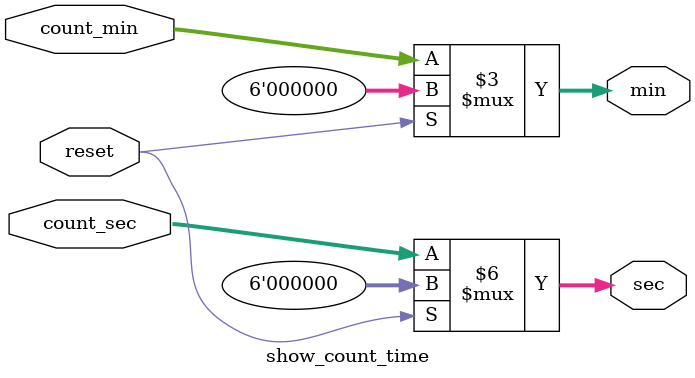
<source format=v>
`timescale 1ns / 1ps


module show_count_time(
    input reset,
    input [5:0] count_sec,
    input [5:0] count_min,
    output reg [5:0] sec,
    output reg [5:0] min
    );
    
    always @(reset) begin
        if (reset) begin
            sec <= 0;
            min <= 0;
        end else begin
            sec <= count_sec;
            min <= count_min;
        end
    end
    
endmodule

</source>
